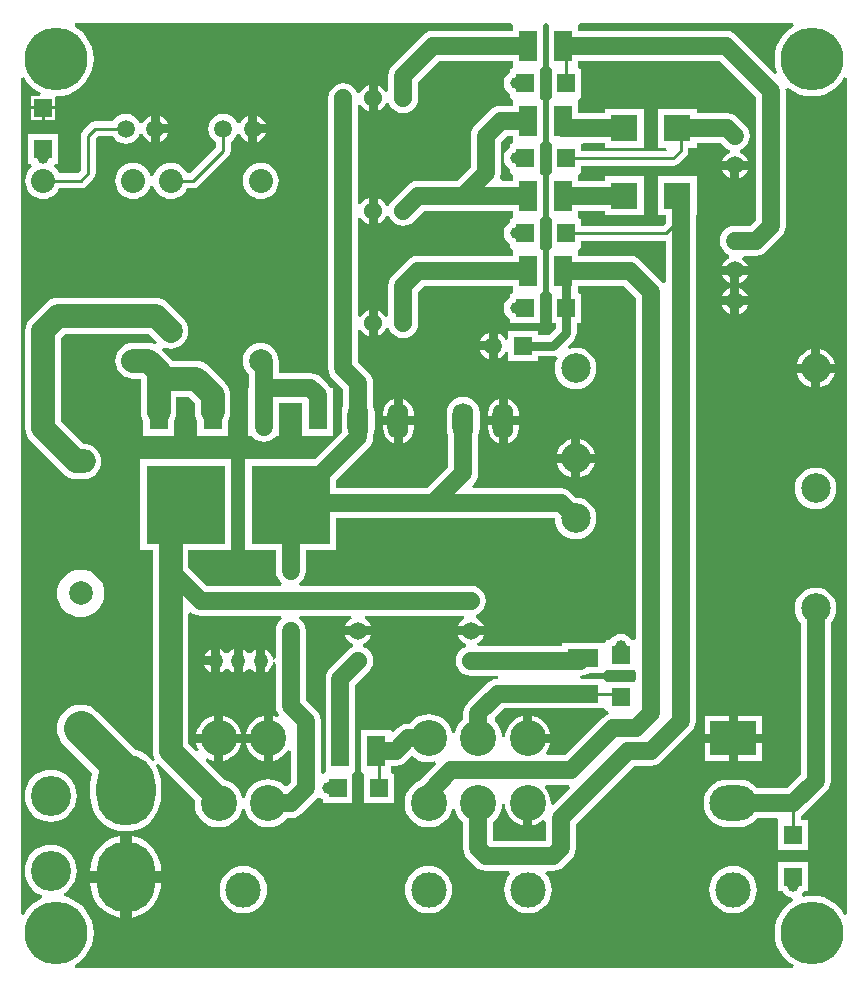
<source format=gtl>
G04 Layer_Physical_Order=1*
G04 Layer_Color=255*
%FSLAX25Y25*%
%MOIN*%
G70*
G01*
G75*
%ADD10R,0.05906X0.05906*%
%ADD11R,0.05906X0.05906*%
%ADD12R,0.09055X0.09055*%
%ADD13R,0.06299X0.11811*%
%ADD14R,0.26378X0.26378*%
%ADD15R,0.05906X0.10236*%
%ADD16R,0.10236X0.05906*%
%ADD17C,0.05906*%
%ADD18C,0.07874*%
%ADD19C,0.00984*%
%ADD20C,0.01969*%
%ADD21C,0.11811*%
%ADD22C,0.02953*%
%ADD23C,0.11811*%
%ADD24O,0.15748X0.11811*%
%ADD25R,0.15748X0.11811*%
%ADD26C,0.05906*%
%ADD27C,0.12000*%
%ADD28O,0.19685X0.23622*%
%ADD29C,0.13386*%
%ADD30O,0.07000X0.12000*%
%ADD31O,0.09843X0.07874*%
%ADD32C,0.07874*%
%ADD33C,0.08000*%
%ADD34C,0.06000*%
%ADD35C,0.09843*%
%ADD36C,0.20945*%
%ADD37C,0.05000*%
%ADD38C,0.03937*%
G36*
X257637Y313976D02*
X256444Y313246D01*
X254955Y311974D01*
X253683Y310485D01*
X252660Y308815D01*
X251911Y307006D01*
X251454Y305102D01*
X251300Y303150D01*
X251454Y301197D01*
X251911Y299293D01*
X252118Y298794D01*
X251283Y298236D01*
X238510Y311010D01*
X237482Y311799D01*
X236285Y312295D01*
X235000Y312464D01*
X185827D01*
X185827Y314587D01*
X186656Y314961D01*
X257359D01*
X257637Y313976D01*
D02*
G37*
G36*
X164173Y275413D02*
X163393Y274921D01*
X163189D01*
Y273511D01*
X163014Y273439D01*
X162192Y272808D01*
X161561Y271986D01*
X161164Y271028D01*
X161029Y270000D01*
X161164Y268972D01*
X161561Y268015D01*
X162192Y267192D01*
X163014Y266561D01*
X163189Y266489D01*
Y265079D01*
X163393D01*
X164173Y264587D01*
X164173Y264094D01*
Y262464D01*
X160342D01*
X159684Y263448D01*
X159795Y263715D01*
X159964Y265000D01*
Y275444D01*
X162056Y277536D01*
X164173D01*
X164173Y275413D01*
D02*
G37*
G36*
X175984Y314587D02*
X175984Y313976D01*
Y307822D01*
X175942Y307500D01*
X175984Y307177D01*
Y300413D01*
X176188D01*
X176969Y299921D01*
Y290571D01*
X176969Y290079D01*
X176188Y289587D01*
X175984D01*
Y280323D01*
X175942Y280000D01*
X175984Y279677D01*
Y275413D01*
X176188D01*
X176969Y274921D01*
X176969Y274429D01*
Y265571D01*
X176969Y265079D01*
X176188Y264587D01*
X175984D01*
Y257823D01*
X175942Y257500D01*
X175984Y257177D01*
Y250413D01*
X176188D01*
X176969Y249921D01*
X176969Y249429D01*
Y240079D01*
X176188Y239587D01*
X175984D01*
Y225413D01*
X176188D01*
X176969Y224921D01*
Y215079D01*
X178415D01*
Y213329D01*
X176061Y210975D01*
X172421D01*
Y212421D01*
X162579D01*
Y209642D01*
X161594Y209446D01*
X161455Y209783D01*
X160729Y210729D01*
X159783Y211455D01*
X158976Y211789D01*
Y207500D01*
Y203211D01*
X159783Y203545D01*
X160729Y204271D01*
X161455Y205217D01*
X161594Y205554D01*
X162579Y205358D01*
Y202579D01*
X172421D01*
Y204025D01*
X177500D01*
X178278Y204128D01*
X178595Y203851D01*
X178957Y203309D01*
X178604Y202649D01*
X178210Y201351D01*
X178077Y200000D01*
X178210Y198649D01*
X178604Y197351D01*
X179244Y196154D01*
X180105Y195105D01*
X181154Y194244D01*
X182351Y193604D01*
X183649Y193210D01*
X185000Y193077D01*
X186351Y193210D01*
X187649Y193604D01*
X188846Y194244D01*
X189895Y195105D01*
X190756Y196154D01*
X191396Y197351D01*
X191790Y198649D01*
X191923Y200000D01*
X191790Y201351D01*
X191396Y202649D01*
X190756Y203846D01*
X189895Y204895D01*
X188846Y205756D01*
X187649Y206396D01*
X186351Y206790D01*
X185000Y206923D01*
X183649Y206790D01*
X182855Y206549D01*
X182333Y207419D01*
X184347Y209433D01*
X184899Y210152D01*
X185246Y210991D01*
X185364Y211890D01*
Y215079D01*
X186811D01*
Y224921D01*
X186607D01*
X185827Y225413D01*
Y227536D01*
X200944D01*
X205036Y223444D01*
Y110248D01*
X204921Y109311D01*
X203511Y109311D01*
X203439Y109485D01*
X202808Y110308D01*
X201986Y110939D01*
X201028Y111336D01*
X200000Y111471D01*
X198972Y111336D01*
X198014Y110939D01*
X197192Y110308D01*
X196561Y109485D01*
X196489Y109311D01*
X195079D01*
Y109107D01*
X194587Y108327D01*
X194095Y108327D01*
X187823D01*
X187500Y108369D01*
X187177Y108327D01*
X180413D01*
Y107464D01*
X152368D01*
X152172Y108448D01*
X152307Y108504D01*
X153263Y109237D01*
X153996Y110193D01*
X154340Y111024D01*
X150000D01*
X145660D01*
X146004Y110193D01*
X146737Y109237D01*
X147693Y108504D01*
X148316Y108246D01*
Y107180D01*
X147494Y106840D01*
X146456Y106044D01*
X145660Y105006D01*
X145159Y103797D01*
X144989Y102500D01*
X145159Y101203D01*
X145660Y99994D01*
X146456Y98956D01*
X147494Y98160D01*
X148703Y97659D01*
X150000Y97489D01*
X150362Y97536D01*
X159080D01*
X159095Y96558D01*
X157810Y96389D01*
X156613Y95893D01*
X155585Y95104D01*
X148990Y88510D01*
X148201Y87482D01*
X147705Y86285D01*
X147536Y85000D01*
Y82888D01*
X146838Y82315D01*
X145842Y81102D01*
X145102Y79718D01*
X144747Y78544D01*
X143718D01*
X143362Y79718D01*
X142622Y81102D01*
X141626Y82315D01*
X140413Y83311D01*
X139029Y84051D01*
X137527Y84507D01*
X135965Y84661D01*
X134403Y84507D01*
X132900Y84051D01*
X131516Y83311D01*
X130303Y82315D01*
X129730Y81617D01*
X129154D01*
X127869Y81448D01*
X126672Y80952D01*
X125644Y80163D01*
X124236Y78756D01*
X123327Y79132D01*
Y79587D01*
X113484D01*
Y72823D01*
X113442Y72500D01*
X113484Y72177D01*
Y65413D01*
X113688D01*
X114469Y64921D01*
Y55079D01*
X124311D01*
Y64921D01*
X124107D01*
X123327Y65413D01*
Y67536D01*
X125000D01*
X126285Y67705D01*
X127482Y68201D01*
X128510Y68990D01*
X130417Y70898D01*
X131516Y69996D01*
X132900Y69256D01*
X134403Y68800D01*
X135965Y68647D01*
X137527Y68800D01*
X138046Y68958D01*
X138568Y68088D01*
X132852Y62372D01*
X131516Y61658D01*
X130303Y60662D01*
X129307Y59448D01*
X128567Y58064D01*
X128111Y56562D01*
X127957Y55000D01*
X128111Y53438D01*
X128567Y51936D01*
X129307Y50551D01*
X130303Y49338D01*
X131516Y48342D01*
X132900Y47602D01*
X134403Y47147D01*
X135965Y46993D01*
X137527Y47147D01*
X139029Y47602D01*
X140413Y48342D01*
X141626Y49338D01*
X142622Y50551D01*
X143362Y51936D01*
X143718Y53109D01*
X144747D01*
X145102Y51936D01*
X145842Y50551D01*
X146838Y49338D01*
X147536Y48765D01*
Y40000D01*
X147705Y38715D01*
X148201Y37518D01*
X148990Y36490D01*
X151490Y33990D01*
X152518Y33201D01*
X153715Y32705D01*
X155000Y32536D01*
X162787D01*
X163192Y31552D01*
X162457Y30656D01*
X161726Y29288D01*
X161275Y27803D01*
X161123Y26260D01*
X161275Y24716D01*
X161726Y23232D01*
X162457Y21864D01*
X163441Y20665D01*
X164640Y19681D01*
X166008Y18950D01*
X167492Y18500D01*
X169035Y18348D01*
X170579Y18500D01*
X172063Y18950D01*
X173431Y19681D01*
X174630Y20665D01*
X175614Y21864D01*
X176345Y23232D01*
X176795Y24716D01*
X176948Y26260D01*
X176795Y27803D01*
X176345Y29288D01*
X175614Y30656D01*
X174878Y31552D01*
X175284Y32536D01*
X177500D01*
X178785Y32705D01*
X179982Y33201D01*
X181010Y33990D01*
X183510Y36490D01*
X184299Y37518D01*
X184795Y38715D01*
X184964Y40000D01*
Y47944D01*
X204556Y67536D01*
X210000D01*
X211285Y67705D01*
X212482Y68201D01*
X213510Y68990D01*
X223510Y78990D01*
X224299Y80018D01*
X224795Y81215D01*
X224964Y82500D01*
Y251004D01*
X225354D01*
Y263996D01*
X212362D01*
Y251004D01*
X215036D01*
Y248584D01*
X213961Y247509D01*
X186811D01*
Y249921D01*
X186607D01*
X185827Y250413D01*
X185827Y250905D01*
Y252536D01*
X194646D01*
Y251004D01*
X207638D01*
Y263996D01*
X194646D01*
Y262464D01*
X185827D01*
X185827Y264587D01*
X186607Y265079D01*
X186811D01*
Y267491D01*
X217500D01*
X218460Y267682D01*
X219274Y268226D01*
X221774Y270726D01*
X222318Y271540D01*
X222509Y272500D01*
Y273504D01*
X225354D01*
Y275036D01*
X233515D01*
X234561Y273990D01*
X235589Y273201D01*
X236320Y272898D01*
Y271833D01*
X235788Y271612D01*
X234842Y270887D01*
X234116Y269941D01*
X233782Y269134D01*
X238071D01*
X242360D01*
X242026Y269941D01*
X241300Y270887D01*
X240354Y271612D01*
X239821Y271833D01*
Y272898D01*
X240553Y273201D01*
X241581Y273990D01*
X242370Y275018D01*
X242865Y276215D01*
X243035Y277500D01*
X242865Y278785D01*
X242370Y279982D01*
X241581Y281010D01*
X239081Y283510D01*
X238053Y284299D01*
X236856Y284795D01*
X235571Y284964D01*
X225354D01*
Y286496D01*
X212362D01*
Y273504D01*
X214998D01*
X215524Y272520D01*
X215517Y272509D01*
X186811D01*
X186811Y274921D01*
X187748Y275036D01*
X194646D01*
Y273504D01*
X207638D01*
Y286496D01*
X194646D01*
Y284964D01*
X185827D01*
Y289094D01*
X185827Y289587D01*
X186607Y290079D01*
X186811D01*
Y299921D01*
X186607D01*
X185827Y300413D01*
Y302536D01*
X232944D01*
X245036Y290444D01*
Y249556D01*
X242944Y247464D01*
X238000D01*
X236715Y247295D01*
X235518Y246799D01*
X234490Y246010D01*
X233701Y244982D01*
X233205Y243785D01*
X233036Y242500D01*
X233205Y241215D01*
X233701Y240018D01*
X234490Y238990D01*
X235518Y238201D01*
X236249Y237898D01*
Y236833D01*
X235717Y236612D01*
X234771Y235887D01*
X234045Y234941D01*
X233711Y234134D01*
X238000D01*
X242289D01*
X241955Y234941D01*
X241229Y235887D01*
X240362Y236552D01*
X240360Y236662D01*
X241005Y237536D01*
X245000D01*
X246285Y237705D01*
X247482Y238201D01*
X248510Y238990D01*
X253510Y243990D01*
X254299Y245018D01*
X254795Y246215D01*
X254964Y247500D01*
Y292500D01*
X254886Y293090D01*
X255813Y293593D01*
X256444Y293054D01*
X258114Y292030D01*
X259923Y291281D01*
X261827Y290824D01*
X263779Y290670D01*
X265732Y290824D01*
X267636Y291281D01*
X269445Y292030D01*
X271115Y293054D01*
X272604Y294325D01*
X273876Y295814D01*
X274606Y297007D01*
X275590Y296729D01*
Y114173D01*
Y18231D01*
X274606Y17954D01*
X273876Y19146D01*
X272604Y20635D01*
X271115Y21907D01*
X269445Y22930D01*
X267636Y23680D01*
X265732Y24137D01*
X263779Y24290D01*
X261827Y24137D01*
X260910Y23917D01*
X260515Y24425D01*
X260395Y24805D01*
X260939Y25515D01*
X261011Y25689D01*
X262421D01*
Y35531D01*
X252579D01*
Y25689D01*
X253989D01*
X254061Y25515D01*
X254692Y24692D01*
X255515Y24061D01*
X256472Y23664D01*
X257259Y23561D01*
X257529Y22805D01*
X257538Y22577D01*
X256444Y21907D01*
X254955Y20635D01*
X253683Y19146D01*
X252660Y17477D01*
X251911Y15667D01*
X251454Y13763D01*
X251300Y11811D01*
X251454Y9859D01*
X251911Y7955D01*
X252660Y6146D01*
X253683Y4476D01*
X254955Y2987D01*
X256444Y1715D01*
X257637Y984D01*
X257359Y0D01*
X18231D01*
X17954Y984D01*
X19146Y1715D01*
X20635Y2987D01*
X21907Y4476D01*
X22930Y6146D01*
X23680Y7955D01*
X24137Y9859D01*
X24290Y11811D01*
X24137Y13763D01*
X23680Y15667D01*
X22930Y17477D01*
X21907Y19146D01*
X20635Y20635D01*
X19146Y21907D01*
X17477Y22930D01*
X15667Y23680D01*
X14489Y23963D01*
X14355Y25007D01*
X14835Y25264D01*
X16154Y26346D01*
X17236Y27665D01*
X18041Y29169D01*
X18536Y30802D01*
X18703Y32500D01*
X18536Y34198D01*
X18041Y35831D01*
X17236Y37335D01*
X16154Y38654D01*
X14835Y39737D01*
X13331Y40541D01*
X11698Y41036D01*
X10000Y41203D01*
X8302Y41036D01*
X6669Y40541D01*
X5165Y39737D01*
X3846Y38654D01*
X2763Y37335D01*
X1959Y35831D01*
X1464Y34198D01*
X1297Y32500D01*
X1464Y30802D01*
X1959Y29169D01*
X2763Y27665D01*
X3846Y26346D01*
X5165Y25264D01*
X6669Y24459D01*
X7013Y24355D01*
X7064Y23311D01*
X6146Y22930D01*
X4476Y21907D01*
X2987Y20635D01*
X1715Y19146D01*
X984Y17954D01*
X0Y18231D01*
Y188976D01*
Y296729D01*
X984Y297007D01*
X1715Y295814D01*
X2987Y294325D01*
X4476Y293054D01*
X6146Y292030D01*
X6637Y291827D01*
X6441Y290843D01*
X3547D01*
Y287390D01*
X7500D01*
X11453D01*
Y290339D01*
X11811Y290670D01*
X13763Y290824D01*
X15667Y291281D01*
X17477Y292030D01*
X19146Y293054D01*
X20635Y294325D01*
X21907Y295814D01*
X22930Y297484D01*
X23680Y299293D01*
X24137Y301197D01*
X24290Y303150D01*
X24137Y305102D01*
X23680Y307006D01*
X22930Y308815D01*
X21907Y310485D01*
X20635Y311974D01*
X19146Y313246D01*
X17954Y313976D01*
X18231Y314961D01*
X163344D01*
X164173Y314587D01*
X164173Y313976D01*
Y312464D01*
X137500D01*
X136215Y312295D01*
X135018Y311799D01*
X133990Y311010D01*
X123990Y301010D01*
X123201Y299982D01*
X122705Y298785D01*
X122536Y297500D01*
Y292368D01*
X121552Y292172D01*
X121496Y292307D01*
X120763Y293263D01*
X119807Y293996D01*
X118976Y294340D01*
Y290000D01*
Y285660D01*
X119807Y286004D01*
X120763Y286737D01*
X121496Y287693D01*
X121754Y288316D01*
X122820D01*
X123160Y287494D01*
X123956Y286456D01*
X124994Y285660D01*
X126203Y285159D01*
X127500Y284989D01*
X128797Y285159D01*
X130006Y285660D01*
X131044Y286456D01*
X131840Y287494D01*
X132341Y288703D01*
X132511Y290000D01*
X132464Y290362D01*
Y295444D01*
X139556Y302536D01*
X164173D01*
X164173Y300413D01*
X163393Y299921D01*
X163189D01*
Y298511D01*
X163014Y298439D01*
X162192Y297808D01*
X161561Y296986D01*
X161164Y296028D01*
X161029Y295000D01*
X161164Y293972D01*
X161561Y293015D01*
X162192Y292192D01*
X163014Y291561D01*
X163189Y291489D01*
Y290079D01*
X163393D01*
X164173Y289587D01*
X164173Y289094D01*
Y287464D01*
X160000D01*
X158715Y287295D01*
X157518Y286799D01*
X156490Y286010D01*
X151490Y281010D01*
X150701Y279982D01*
X150205Y278785D01*
X150036Y277500D01*
Y267056D01*
X145444Y262464D01*
X132500D01*
X131215Y262295D01*
X130018Y261799D01*
X128990Y261010D01*
X124246Y256266D01*
X123956Y256044D01*
X123160Y255006D01*
X122820Y254184D01*
X121754D01*
X121496Y254807D01*
X120763Y255763D01*
X119807Y256496D01*
X118976Y256840D01*
Y252500D01*
Y248160D01*
X119807Y248504D01*
X120763Y249237D01*
X121496Y250193D01*
X121754Y250816D01*
X122820D01*
X123160Y249994D01*
X123956Y248956D01*
X124994Y248160D01*
X126203Y247659D01*
X127500Y247489D01*
X128797Y247659D01*
X130006Y248160D01*
X131044Y248956D01*
X131266Y249246D01*
X134556Y252536D01*
X164173D01*
X164173Y250413D01*
X163393Y249921D01*
X163189D01*
Y248511D01*
X163014Y248439D01*
X162192Y247808D01*
X161561Y246986D01*
X161164Y246028D01*
X161029Y245000D01*
X161164Y243972D01*
X161561Y243015D01*
X162192Y242192D01*
X163014Y241561D01*
X163189Y241489D01*
Y240079D01*
X163393D01*
X164173Y239587D01*
X164173Y239094D01*
Y237464D01*
X132500D01*
X131215Y237295D01*
X130018Y236799D01*
X128990Y236010D01*
X123990Y231010D01*
X123201Y229982D01*
X122705Y228785D01*
X122536Y227500D01*
Y217368D01*
X121552Y217172D01*
X121496Y217307D01*
X120763Y218263D01*
X119807Y218996D01*
X118976Y219340D01*
Y215000D01*
Y210660D01*
X119807Y211004D01*
X120763Y211737D01*
X121496Y212693D01*
X121754Y213316D01*
X122820D01*
X123160Y212494D01*
X123956Y211456D01*
X124994Y210660D01*
X126203Y210159D01*
X127500Y209989D01*
X128797Y210159D01*
X130006Y210660D01*
X131044Y211456D01*
X131840Y212494D01*
X132341Y213703D01*
X132511Y215000D01*
X132464Y215362D01*
Y225444D01*
X134556Y227536D01*
X164173D01*
X164173Y225413D01*
X163393Y224921D01*
X163189D01*
Y223511D01*
X163014Y223439D01*
X162192Y222808D01*
X161561Y221986D01*
X161164Y221028D01*
X161029Y220000D01*
X161164Y218972D01*
X161561Y218015D01*
X162192Y217192D01*
X163014Y216561D01*
X163189Y216489D01*
Y215079D01*
X173031D01*
Y224429D01*
X173031Y224921D01*
X173812Y225413D01*
X174016D01*
Y232177D01*
X174058Y232500D01*
X174016Y232823D01*
Y239587D01*
X173812D01*
X173031Y240079D01*
X173031Y240571D01*
Y249429D01*
X173031Y249921D01*
X173812Y250413D01*
X174016D01*
Y257177D01*
X174058Y257500D01*
X174016Y257823D01*
Y264587D01*
X173812D01*
X173031Y265079D01*
X173031Y265571D01*
Y274429D01*
X173031Y274921D01*
X173812Y275413D01*
X174016D01*
Y282177D01*
X174058Y282500D01*
X174016Y282823D01*
Y289587D01*
X173812D01*
X173031Y290079D01*
X173031Y290571D01*
Y299429D01*
X173031Y299921D01*
X173812Y300413D01*
X174016D01*
Y307177D01*
X174058Y307500D01*
X174016Y307823D01*
Y313976D01*
X174016Y314587D01*
X174845Y314961D01*
X175155D01*
X175984Y314587D01*
D02*
G37*
G36*
X215036Y242461D02*
Y228637D01*
X214052Y228303D01*
X213510Y229010D01*
X206510Y236010D01*
X205482Y236799D01*
X204285Y237295D01*
X203000Y237464D01*
X185827D01*
Y239587D01*
X186607Y240079D01*
X186811D01*
Y242491D01*
X215000D01*
X215036Y242461D01*
D02*
G37*
G36*
X204052Y99468D02*
X204921Y99468D01*
X205036Y98532D01*
Y96468D01*
X204921Y95531D01*
X195079D01*
X194587Y96312D01*
Y96516D01*
X187823D01*
X187500Y96558D01*
X186609D01*
X186594Y97536D01*
X187879Y97705D01*
X189076Y98201D01*
X189445Y98484D01*
X194587D01*
Y98688D01*
X195079Y99468D01*
X195571Y99468D01*
X204052D01*
D02*
G37*
G36*
X194587Y86673D02*
X195079Y85893D01*
Y85689D01*
X195803D01*
X195998Y84705D01*
X195018Y84299D01*
X193990Y83510D01*
X181444Y70964D01*
X175438D01*
X174973Y71948D01*
X175364Y72425D01*
X176067Y73741D01*
X176501Y75169D01*
X176502Y75177D01*
X169035D01*
Y76653D01*
X167559D01*
Y84120D01*
X167551Y84119D01*
X166123Y83686D01*
X164807Y82982D01*
X163653Y82036D01*
X162707Y80882D01*
X162003Y79566D01*
X161570Y78139D01*
X161460Y77020D01*
X160471D01*
X160353Y78216D01*
X159898Y79718D01*
X159158Y81102D01*
X158162Y82315D01*
X158133Y83613D01*
X161151Y86631D01*
X187500D01*
X187823Y86673D01*
X194587D01*
D02*
G37*
G36*
X183032Y60052D02*
X177534Y54554D01*
X176907Y54851D01*
X176642Y55053D01*
X176501Y56485D01*
X176067Y57913D01*
X175364Y59229D01*
X174688Y60052D01*
X175123Y61036D01*
X182625D01*
X183032Y60052D01*
D02*
G37*
G36*
X170512Y47534D02*
X170520Y47535D01*
X171948Y47968D01*
X173264Y48671D01*
X174052Y49318D01*
X175036Y48852D01*
Y42464D01*
X157464D01*
Y48765D01*
X158162Y49338D01*
X159158Y50551D01*
X159898Y51936D01*
X160353Y53438D01*
X160471Y54634D01*
X161460D01*
X161570Y53515D01*
X162003Y52087D01*
X162707Y50771D01*
X163653Y49618D01*
X164807Y48671D01*
X166123Y47968D01*
X167551Y47535D01*
X167559Y47534D01*
Y55000D01*
X170512D01*
Y47534D01*
D02*
G37*
%LPC*%
G36*
X107500Y295011D02*
X106203Y294841D01*
X104994Y294340D01*
X103956Y293544D01*
X103160Y292506D01*
X102659Y291297D01*
X102489Y290000D01*
X102536Y289638D01*
Y252862D01*
X102489Y252500D01*
X102536Y252138D01*
Y215362D01*
X102489Y215000D01*
X102536Y214638D01*
Y200000D01*
X102705Y198715D01*
X103201Y197518D01*
X103990Y196490D01*
X107536Y192944D01*
Y187306D01*
X107172Y186428D01*
X106984Y185000D01*
Y180000D01*
X107153Y178720D01*
X98138Y169705D01*
X74843D01*
Y139390D01*
X85036D01*
Y132500D01*
X85205Y131215D01*
X85701Y130018D01*
X86490Y128990D01*
X87197Y128448D01*
X86862Y127464D01*
X62056D01*
X55934Y133586D01*
Y139390D01*
X70157D01*
Y169705D01*
X39843D01*
Y139390D01*
X44066D01*
Y132500D01*
Y72500D01*
X44180Y71342D01*
X44518Y70229D01*
X44852Y69604D01*
X44034Y69046D01*
X43378Y69814D01*
X41964Y71022D01*
X40379Y71993D01*
X38661Y72705D01*
X38429Y72760D01*
X25595Y85595D01*
X24396Y86579D01*
X23028Y87310D01*
X21544Y87760D01*
X20000Y87912D01*
X18456Y87760D01*
X16972Y87310D01*
X15604Y86579D01*
X14405Y85595D01*
X13421Y84396D01*
X12690Y83028D01*
X12240Y81544D01*
X12088Y80000D01*
X12240Y78456D01*
X12690Y76972D01*
X13421Y75604D01*
X14405Y74405D01*
X23729Y65082D01*
X23298Y63290D01*
X23153Y61437D01*
Y57500D01*
X23298Y55647D01*
X23732Y53839D01*
X24444Y52121D01*
X25415Y50536D01*
X26623Y49123D01*
X28036Y47915D01*
X29621Y46944D01*
X31339Y46232D01*
X33147Y45798D01*
X35000Y45652D01*
X36853Y45798D01*
X38661Y46232D01*
X40379Y46944D01*
X41964Y47915D01*
X43378Y49123D01*
X44585Y50536D01*
X45556Y52121D01*
X46268Y53839D01*
X46702Y55647D01*
X46848Y57500D01*
Y61437D01*
X46702Y63290D01*
X46268Y65098D01*
X45556Y66816D01*
X44979Y67758D01*
X45783Y68330D01*
X45804Y68304D01*
X58061Y56047D01*
X57958Y55000D01*
X58111Y53438D01*
X58567Y51936D01*
X59307Y50551D01*
X60303Y49338D01*
X61516Y48342D01*
X62900Y47602D01*
X64403Y47147D01*
X65965Y46993D01*
X67527Y47147D01*
X69029Y47602D01*
X70413Y48342D01*
X71626Y49338D01*
X72622Y50551D01*
X73362Y51936D01*
X73718Y53109D01*
X74747D01*
X75102Y51936D01*
X75842Y50551D01*
X76838Y49338D01*
X78052Y48342D01*
X79436Y47602D01*
X80938Y47147D01*
X82500Y46993D01*
X84062Y47147D01*
X85564Y47602D01*
X86949Y48342D01*
X88162Y49338D01*
X88735Y50036D01*
X90000D01*
X91285Y50205D01*
X92482Y50701D01*
X93510Y51490D01*
X98510Y56490D01*
X98750Y56803D01*
X99692Y57192D01*
X100514Y56561D01*
X100689Y56489D01*
Y55079D01*
X110531D01*
Y64429D01*
X110531Y64921D01*
X111312Y65413D01*
X111516D01*
Y72177D01*
X111558Y72500D01*
Y94538D01*
X115754Y98734D01*
X116044Y98956D01*
X116840Y99994D01*
X117341Y101203D01*
X117511Y102500D01*
X117341Y103797D01*
X116840Y105006D01*
X116044Y106044D01*
X115006Y106840D01*
X114184Y107180D01*
Y108246D01*
X114807Y108504D01*
X115763Y109237D01*
X116496Y110193D01*
X116840Y111024D01*
X112500D01*
X108160D01*
X108504Y110193D01*
X109237Y109237D01*
X110193Y108504D01*
X110816Y108246D01*
Y107180D01*
X109994Y106840D01*
X108956Y106044D01*
X108734Y105754D01*
X103085Y100104D01*
X102296Y99076D01*
X101800Y97879D01*
X101631Y96595D01*
Y72500D01*
X101673Y72177D01*
Y65905D01*
X101673Y65413D01*
X100893Y64921D01*
X100689D01*
X99964Y65547D01*
Y82500D01*
X99795Y83785D01*
X99299Y84982D01*
X98510Y86010D01*
X94964Y89556D01*
Y112500D01*
X94795Y113785D01*
X94299Y114982D01*
X93510Y116010D01*
X92803Y116552D01*
X93138Y117536D01*
X110132D01*
X110328Y116552D01*
X110193Y116496D01*
X109237Y115763D01*
X108504Y114807D01*
X108160Y113976D01*
X112500D01*
X116840D01*
X116496Y114807D01*
X115763Y115763D01*
X114807Y116496D01*
X114672Y116552D01*
X114868Y117536D01*
X147632D01*
X147828Y116552D01*
X147693Y116496D01*
X146737Y115763D01*
X146004Y114807D01*
X145660Y113976D01*
X150000D01*
X154340D01*
X153996Y114807D01*
X153263Y115763D01*
X152307Y116496D01*
X151684Y116754D01*
Y117820D01*
X152506Y118160D01*
X153544Y118956D01*
X154340Y119994D01*
X154841Y121203D01*
X155011Y122500D01*
X154841Y123797D01*
X154340Y125006D01*
X153544Y126044D01*
X152506Y126840D01*
X151297Y127341D01*
X150000Y127511D01*
X149638Y127464D01*
X112862D01*
X112500Y127511D01*
X112138Y127464D01*
X93138D01*
X92803Y128448D01*
X93510Y128990D01*
X94299Y130018D01*
X94795Y131215D01*
X94964Y132500D01*
Y139390D01*
X105157D01*
Y150036D01*
X177944D01*
X178087Y149893D01*
X178210Y148649D01*
X178604Y147351D01*
X179244Y146154D01*
X180105Y145105D01*
X181154Y144244D01*
X182351Y143604D01*
X183649Y143210D01*
X185000Y143077D01*
X186351Y143210D01*
X187649Y143604D01*
X188846Y144244D01*
X189895Y145105D01*
X190756Y146154D01*
X191396Y147351D01*
X191790Y148649D01*
X191923Y150000D01*
X191790Y151351D01*
X191396Y152649D01*
X190756Y153846D01*
X189895Y154895D01*
X188846Y155756D01*
X187649Y156396D01*
X186351Y156790D01*
X185107Y156913D01*
X183510Y158510D01*
X182482Y159299D01*
X181285Y159795D01*
X180000Y159964D01*
X150769D01*
X150393Y160873D01*
X151010Y161490D01*
X151799Y162518D01*
X152295Y163715D01*
X152464Y165000D01*
Y177694D01*
X152828Y178572D01*
X153016Y180000D01*
Y185000D01*
X152828Y186428D01*
X152277Y187758D01*
X151400Y188900D01*
X150258Y189777D01*
X148928Y190328D01*
X147500Y190516D01*
X146072Y190328D01*
X144742Y189777D01*
X143600Y188900D01*
X142723Y187758D01*
X142172Y186428D01*
X141984Y185000D01*
Y180000D01*
X142172Y178572D01*
X142536Y177694D01*
Y167056D01*
X135444Y159964D01*
X105157D01*
Y162685D01*
X116010Y173537D01*
X116799Y174565D01*
X117295Y175762D01*
X117464Y177047D01*
Y177694D01*
X117828Y178572D01*
X118016Y180000D01*
Y185000D01*
X117828Y186428D01*
X117464Y187306D01*
Y195000D01*
X117295Y196285D01*
X116799Y197482D01*
X116010Y198510D01*
X112464Y202056D01*
Y212632D01*
X113448Y212828D01*
X113504Y212693D01*
X114237Y211737D01*
X115193Y211004D01*
X116024Y210660D01*
Y215000D01*
Y219340D01*
X115193Y218996D01*
X114237Y218263D01*
X113504Y217307D01*
X113448Y217172D01*
X112464Y217368D01*
Y250132D01*
X113448Y250328D01*
X113504Y250193D01*
X114237Y249237D01*
X115193Y248504D01*
X116024Y248160D01*
Y252500D01*
Y256840D01*
X115193Y256496D01*
X114237Y255763D01*
X113504Y254807D01*
X113448Y254672D01*
X112464Y254868D01*
Y287632D01*
X113448Y287828D01*
X113504Y287693D01*
X114237Y286737D01*
X115193Y286004D01*
X116024Y285660D01*
Y290000D01*
Y294340D01*
X115193Y293996D01*
X114237Y293263D01*
X113504Y292307D01*
X113246Y291684D01*
X112180D01*
X111840Y292506D01*
X111044Y293544D01*
X110006Y294340D01*
X108797Y294841D01*
X107500Y295011D01*
D02*
G37*
G36*
X11453Y286390D02*
X8000D01*
Y282937D01*
X11453D01*
Y286390D01*
D02*
G37*
G36*
X7000D02*
X3547D01*
Y282937D01*
X7000D01*
Y286390D01*
D02*
G37*
G36*
X78819Y284189D02*
Y281376D01*
X81632D01*
X81297Y282183D01*
X80572Y283129D01*
X79626Y283855D01*
X78819Y284189D01*
D02*
G37*
G36*
X46319D02*
Y281376D01*
X49132D01*
X48797Y282183D01*
X48072Y283129D01*
X47126Y283855D01*
X46319Y284189D01*
D02*
G37*
G36*
X81632Y278424D02*
X78819D01*
Y275611D01*
X79626Y275945D01*
X80572Y276671D01*
X81297Y277617D01*
X81632Y278424D01*
D02*
G37*
G36*
X67500Y284864D02*
X66215Y284695D01*
X65018Y284199D01*
X63990Y283410D01*
X63201Y282382D01*
X62705Y281185D01*
X62536Y279900D01*
X62705Y278615D01*
X63201Y277418D01*
X63990Y276390D01*
X64991Y275622D01*
Y273539D01*
X56461Y265009D01*
X55427D01*
X54987Y265832D01*
X54241Y266741D01*
X53332Y267487D01*
X52295Y268041D01*
X51170Y268382D01*
X50000Y268497D01*
X48830Y268382D01*
X47705Y268041D01*
X46668Y267487D01*
X45759Y266741D01*
X45013Y265832D01*
X44459Y264795D01*
X44264Y264153D01*
X43236D01*
X43041Y264795D01*
X42487Y265832D01*
X41741Y266741D01*
X40832Y267487D01*
X39795Y268041D01*
X38670Y268382D01*
X37500Y268497D01*
X36330Y268382D01*
X35205Y268041D01*
X34168Y267487D01*
X33259Y266741D01*
X32513Y265832D01*
X31959Y264795D01*
X31618Y263670D01*
X31503Y262500D01*
X31618Y261330D01*
X31959Y260205D01*
X32513Y259168D01*
X33259Y258259D01*
X34168Y257513D01*
X35205Y256959D01*
X36330Y256618D01*
X37500Y256503D01*
X38670Y256618D01*
X39795Y256959D01*
X40832Y257513D01*
X41741Y258259D01*
X42487Y259168D01*
X43041Y260205D01*
X43236Y260847D01*
X44264D01*
X44459Y260205D01*
X45013Y259168D01*
X45759Y258259D01*
X46668Y257513D01*
X47705Y256959D01*
X48830Y256618D01*
X50000Y256503D01*
X51170Y256618D01*
X52295Y256959D01*
X53332Y257513D01*
X54241Y258259D01*
X54987Y259168D01*
X55427Y259991D01*
X57500D01*
X58460Y260182D01*
X59274Y260726D01*
X69274Y270726D01*
X69818Y271540D01*
X70009Y272500D01*
Y275622D01*
X71010Y276390D01*
X71799Y277418D01*
X72102Y278150D01*
X73167D01*
X73388Y277617D01*
X74113Y276671D01*
X75059Y275945D01*
X75866Y275611D01*
Y279900D01*
Y284189D01*
X75059Y283855D01*
X74113Y283129D01*
X73388Y282183D01*
X73167Y281650D01*
X72102D01*
X71799Y282382D01*
X71010Y283410D01*
X69982Y284199D01*
X68785Y284695D01*
X67500Y284864D01*
D02*
G37*
G36*
X49132Y278424D02*
X46319D01*
Y275611D01*
X47126Y275945D01*
X48072Y276671D01*
X48797Y277617D01*
X49132Y278424D01*
D02*
G37*
G36*
X35000Y284864D02*
X33715Y284695D01*
X32518Y284199D01*
X31490Y283410D01*
X30722Y282409D01*
X24900D01*
X23940Y282218D01*
X23126Y281674D01*
X20726Y279274D01*
X20182Y278460D01*
X19991Y277500D01*
Y266039D01*
X18961Y265009D01*
X12927D01*
X12487Y265832D01*
X11741Y266741D01*
X11175Y267205D01*
X11528Y268189D01*
X12421D01*
Y278031D01*
X2579D01*
Y268189D01*
X3472D01*
X3824Y267205D01*
X3259Y266741D01*
X2513Y265832D01*
X1959Y264795D01*
X1618Y263670D01*
X1503Y262500D01*
X1618Y261330D01*
X1959Y260205D01*
X2513Y259168D01*
X3259Y258259D01*
X4168Y257513D01*
X5205Y256959D01*
X6330Y256618D01*
X7500Y256503D01*
X8670Y256618D01*
X9795Y256959D01*
X10832Y257513D01*
X11741Y258259D01*
X12487Y259168D01*
X12927Y259991D01*
X20000D01*
X20960Y260182D01*
X21774Y260726D01*
X24274Y263226D01*
X24818Y264040D01*
X25009Y265000D01*
Y276461D01*
X25939Y277391D01*
X30722D01*
X31490Y276390D01*
X32518Y275601D01*
X33715Y275105D01*
X35000Y274936D01*
X36285Y275105D01*
X37482Y275601D01*
X38510Y276390D01*
X39299Y277418D01*
X39602Y278150D01*
X40667D01*
X40888Y277617D01*
X41613Y276671D01*
X42559Y275945D01*
X43366Y275611D01*
Y279900D01*
Y284189D01*
X42559Y283855D01*
X41613Y283129D01*
X40888Y282183D01*
X40667Y281650D01*
X39602D01*
X39299Y282382D01*
X39132Y282598D01*
X39120Y282662D01*
X38576Y283476D01*
X37762Y284020D01*
X37699Y284033D01*
X37482Y284199D01*
X36285Y284695D01*
X35000Y284864D01*
D02*
G37*
G36*
X242360Y266181D02*
X239547D01*
Y263368D01*
X240354Y263703D01*
X241300Y264428D01*
X242026Y265374D01*
X242360Y266181D01*
D02*
G37*
G36*
X236595D02*
X233782D01*
X234116Y265374D01*
X234842Y264428D01*
X235788Y263703D01*
X236595Y263368D01*
Y266181D01*
D02*
G37*
G36*
X80000Y268497D02*
X78830Y268382D01*
X77705Y268041D01*
X76668Y267487D01*
X75759Y266741D01*
X75013Y265832D01*
X74459Y264795D01*
X74118Y263670D01*
X74003Y262500D01*
X74118Y261330D01*
X74459Y260205D01*
X75013Y259168D01*
X75759Y258259D01*
X76668Y257513D01*
X77705Y256959D01*
X78830Y256618D01*
X80000Y256503D01*
X81170Y256618D01*
X82295Y256959D01*
X83332Y257513D01*
X84241Y258259D01*
X84987Y259168D01*
X85541Y260205D01*
X85882Y261330D01*
X85997Y262500D01*
X85882Y263670D01*
X85541Y264795D01*
X84987Y265832D01*
X84241Y266741D01*
X83332Y267487D01*
X82295Y268041D01*
X81170Y268382D01*
X80000Y268497D01*
D02*
G37*
G36*
X242289Y231181D02*
X239476D01*
Y228368D01*
X240283Y228703D01*
X241229Y229428D01*
X241955Y230374D01*
X242289Y231181D01*
D02*
G37*
G36*
X236524D02*
X233711D01*
X234045Y230374D01*
X234771Y229428D01*
X235717Y228703D01*
X236524Y228368D01*
Y231181D01*
D02*
G37*
G36*
X239476Y226789D02*
Y223976D01*
X242289D01*
X241955Y224783D01*
X241229Y225729D01*
X240283Y226455D01*
X239476Y226789D01*
D02*
G37*
G36*
X236524Y226789D02*
X235717Y226455D01*
X234771Y225729D01*
X234045Y224783D01*
X233711Y223976D01*
X236524D01*
Y226789D01*
D02*
G37*
G36*
X242289Y221024D02*
X239476D01*
Y218211D01*
X240283Y218545D01*
X241229Y219271D01*
X241955Y220217D01*
X242289Y221024D01*
D02*
G37*
G36*
X236524D02*
X233711D01*
X234045Y220217D01*
X234771Y219271D01*
X235717Y218545D01*
X236524Y218211D01*
Y221024D01*
D02*
G37*
G36*
X156024Y211789D02*
X155217Y211455D01*
X154271Y210729D01*
X153545Y209783D01*
X153211Y208976D01*
X156024D01*
Y211789D01*
D02*
G37*
G36*
X45000Y223434D02*
X12500D01*
X11342Y223320D01*
X10229Y222982D01*
X9203Y222434D01*
X8304Y221696D01*
X3304Y216696D01*
X2566Y215797D01*
X2018Y214771D01*
X1680Y213658D01*
X1566Y212500D01*
Y180000D01*
X1680Y178842D01*
X2018Y177729D01*
X2566Y176703D01*
X3304Y175804D01*
X14328Y164780D01*
X15227Y164042D01*
X16253Y163494D01*
X17366Y163156D01*
X18524Y163042D01*
X20984D01*
X22142Y163156D01*
X23255Y163494D01*
X24281Y164042D01*
X25180Y164780D01*
X25918Y165680D01*
X26467Y166706D01*
X26804Y167819D01*
X26918Y168976D01*
X26804Y170134D01*
X26467Y171247D01*
X25918Y172273D01*
X25180Y173172D01*
X24281Y173910D01*
X23255Y174459D01*
X22142Y174796D01*
X20984Y174910D01*
X20982D01*
X13434Y182458D01*
Y210042D01*
X14958Y211566D01*
X42542D01*
X45284Y208824D01*
X44771Y207982D01*
X43658Y208320D01*
X42500Y208434D01*
X37500D01*
X36342Y208320D01*
X35229Y207982D01*
X34203Y207434D01*
X33304Y206696D01*
X32566Y205797D01*
X32018Y204771D01*
X31680Y203658D01*
X31566Y202500D01*
X31680Y201342D01*
X32018Y200229D01*
X32566Y199203D01*
X33304Y198304D01*
X34203Y197566D01*
X35229Y197018D01*
X36342Y196680D01*
X37500Y196566D01*
X40042D01*
X40066Y196542D01*
Y185453D01*
X40180Y184295D01*
X40518Y183182D01*
X40882Y182500D01*
Y177579D01*
X51118D01*
Y182500D01*
X51482Y183182D01*
X51820Y184295D01*
X51934Y185453D01*
Y190566D01*
X56042D01*
X58066Y188542D01*
Y185453D01*
X58180Y184295D01*
X58518Y183182D01*
X58882Y182500D01*
Y177579D01*
X69118D01*
Y182500D01*
X69482Y183182D01*
X69820Y184295D01*
X69934Y185453D01*
Y191000D01*
X69820Y192158D01*
X69482Y193271D01*
X68934Y194297D01*
X68196Y195196D01*
X68196Y195196D01*
X62696Y200696D01*
X61797Y201434D01*
X60771Y201982D01*
X59658Y202320D01*
X58500Y202434D01*
X50821D01*
X50196Y203196D01*
X47216Y206176D01*
X47729Y207018D01*
X48842Y206680D01*
X50000Y206566D01*
X51158Y206680D01*
X52271Y207018D01*
X53297Y207566D01*
X54196Y208304D01*
X54934Y209203D01*
X55482Y210229D01*
X55820Y211342D01*
X55934Y212500D01*
X55820Y213658D01*
X55482Y214771D01*
X54934Y215797D01*
X54196Y216696D01*
X49196Y221696D01*
X48297Y222434D01*
X47271Y222982D01*
X46158Y223320D01*
X45000Y223434D01*
D02*
G37*
G36*
X156024Y206024D02*
X153211D01*
X153545Y205217D01*
X154271Y204271D01*
X155217Y203545D01*
X156024Y203211D01*
Y206024D01*
D02*
G37*
G36*
X266476Y206341D02*
Y201476D01*
X271340D01*
X271031Y202498D01*
X270427Y203626D01*
X269616Y204616D01*
X268626Y205427D01*
X267498Y206031D01*
X266476Y206341D01*
D02*
G37*
G36*
X263524Y206341D02*
X262502Y206031D01*
X261373Y205427D01*
X260384Y204616D01*
X259573Y203626D01*
X258969Y202498D01*
X258660Y201476D01*
X263524D01*
Y206341D01*
D02*
G37*
G36*
X271340Y198524D02*
X266476D01*
Y193659D01*
X267498Y193969D01*
X268626Y194573D01*
X269616Y195384D01*
X270427Y196373D01*
X271031Y197502D01*
X271340Y198524D01*
D02*
G37*
G36*
X263524D02*
X258660D01*
X258969Y197502D01*
X259573Y196373D01*
X260384Y195384D01*
X261373Y194573D01*
X262502Y193969D01*
X263524Y193659D01*
Y198524D01*
D02*
G37*
G36*
X162362Y189881D02*
Y183976D01*
X166004D01*
Y185000D01*
X165830Y186325D01*
X165319Y187559D01*
X164505Y188619D01*
X163445Y189433D01*
X162362Y189881D01*
D02*
G37*
G36*
X159409D02*
X158326Y189433D01*
X157266Y188619D01*
X156453Y187559D01*
X155942Y186325D01*
X155767Y185000D01*
Y183976D01*
X159409D01*
Y189881D01*
D02*
G37*
G36*
X127362D02*
Y183976D01*
X131004D01*
Y185000D01*
X130830Y186325D01*
X130319Y187559D01*
X129505Y188619D01*
X128445Y189433D01*
X127362Y189881D01*
D02*
G37*
G36*
X124409D02*
X123327Y189433D01*
X122266Y188619D01*
X121453Y187559D01*
X120942Y186325D01*
X120767Y185000D01*
Y183976D01*
X124409D01*
Y189881D01*
D02*
G37*
G36*
X80000Y208434D02*
X78842Y208320D01*
X77729Y207982D01*
X76703Y207434D01*
X75804Y206696D01*
X75066Y205797D01*
X74518Y204771D01*
X74180Y203658D01*
X74066Y202500D01*
X74180Y201342D01*
X74518Y200229D01*
X75066Y199203D01*
X75804Y198304D01*
X76036Y198113D01*
Y193327D01*
X75882D01*
Y177579D01*
X77002D01*
X77490Y176943D01*
X78518Y176154D01*
X79715Y175658D01*
X81000Y175489D01*
X82285Y175658D01*
X83482Y176154D01*
X84510Y176943D01*
X84998Y177579D01*
X86118D01*
Y188513D01*
X93882D01*
Y177579D01*
X104118D01*
Y193327D01*
X103363D01*
X103299Y193482D01*
X102510Y194510D01*
X100033Y196986D01*
X99006Y197775D01*
X97808Y198271D01*
X96524Y198440D01*
X85964D01*
Y202500D01*
X85846Y203394D01*
X85820Y203658D01*
X85805Y203709D01*
X85795Y203785D01*
X85746Y203903D01*
X85482Y204771D01*
X84934Y205797D01*
X84196Y206696D01*
X83297Y207434D01*
X82271Y207982D01*
X81158Y208320D01*
X80000Y208434D01*
D02*
G37*
G36*
X166004Y181024D02*
X162362D01*
Y175119D01*
X163445Y175567D01*
X164505Y176381D01*
X165319Y177441D01*
X165830Y178675D01*
X166004Y180000D01*
Y181024D01*
D02*
G37*
G36*
X159409D02*
X155767D01*
Y180000D01*
X155942Y178675D01*
X156453Y177441D01*
X157266Y176381D01*
X158326Y175567D01*
X159409Y175119D01*
Y181024D01*
D02*
G37*
G36*
X131004D02*
X127362D01*
Y175119D01*
X128445Y175567D01*
X129505Y176381D01*
X130319Y177441D01*
X130830Y178675D01*
X131004Y180000D01*
Y181024D01*
D02*
G37*
G36*
X124409D02*
X120767D01*
Y180000D01*
X120942Y178675D01*
X121453Y177441D01*
X122266Y176381D01*
X123327Y175567D01*
X124409Y175119D01*
Y181024D01*
D02*
G37*
G36*
X186476Y176340D02*
Y171476D01*
X191340D01*
X191031Y172498D01*
X190427Y173626D01*
X189616Y174616D01*
X188627Y175427D01*
X187498Y176031D01*
X186476Y176340D01*
D02*
G37*
G36*
X183524Y176340D02*
X182502Y176031D01*
X181374Y175427D01*
X180384Y174616D01*
X179573Y173626D01*
X178969Y172498D01*
X178659Y171476D01*
X183524D01*
Y176340D01*
D02*
G37*
G36*
X191340Y168524D02*
X186476D01*
Y163660D01*
X187498Y163969D01*
X188627Y164573D01*
X189616Y165384D01*
X190427Y166374D01*
X191031Y167502D01*
X191340Y168524D01*
D02*
G37*
G36*
X183524D02*
X178659D01*
X178969Y167502D01*
X179573Y166374D01*
X180384Y165384D01*
X181374Y164573D01*
X182502Y163969D01*
X183524Y163660D01*
Y168524D01*
D02*
G37*
G36*
X265000Y166923D02*
X263649Y166790D01*
X262351Y166396D01*
X261154Y165756D01*
X260105Y164895D01*
X259244Y163846D01*
X258604Y162649D01*
X258210Y161351D01*
X258077Y160000D01*
X258210Y158649D01*
X258604Y157351D01*
X259244Y156154D01*
X260105Y155105D01*
X261154Y154244D01*
X262351Y153604D01*
X263649Y153210D01*
X265000Y153077D01*
X266351Y153210D01*
X267649Y153604D01*
X268846Y154244D01*
X269895Y155105D01*
X270756Y156154D01*
X271396Y157351D01*
X271790Y158649D01*
X271923Y160000D01*
X271790Y161351D01*
X271396Y162649D01*
X270756Y163846D01*
X269895Y164895D01*
X268846Y165756D01*
X267649Y166396D01*
X266351Y166790D01*
X265000Y166923D01*
D02*
G37*
G36*
X20000Y132912D02*
X18456Y132760D01*
X16972Y132310D01*
X15604Y131579D01*
X14405Y130595D01*
X13421Y129396D01*
X12690Y128028D01*
X12240Y126544D01*
X12088Y125000D01*
X12240Y123456D01*
X12690Y121972D01*
X13421Y120604D01*
X14405Y119405D01*
X15604Y118421D01*
X16972Y117690D01*
X18456Y117240D01*
X20000Y117088D01*
X21544Y117240D01*
X23028Y117690D01*
X24396Y118421D01*
X25595Y119405D01*
X26579Y120604D01*
X27310Y121972D01*
X27760Y123456D01*
X27912Y125000D01*
X27760Y126544D01*
X27310Y128028D01*
X26579Y129396D01*
X25595Y130595D01*
X24396Y131579D01*
X23028Y132310D01*
X21544Y132760D01*
X20000Y132912D01*
D02*
G37*
G36*
X246949Y84134D02*
X238976D01*
Y78130D01*
X246949D01*
Y84134D01*
D02*
G37*
G36*
X236024D02*
X228051D01*
Y78130D01*
X236024D01*
Y84134D01*
D02*
G37*
G36*
X246949Y75177D02*
X238976D01*
Y69173D01*
X246949D01*
Y75177D01*
D02*
G37*
G36*
X236024D02*
X228051D01*
Y69173D01*
X236024D01*
Y75177D01*
D02*
G37*
G36*
X265000Y126923D02*
X263649Y126790D01*
X262351Y126396D01*
X261154Y125756D01*
X260105Y124895D01*
X259244Y123846D01*
X258604Y122649D01*
X258210Y121351D01*
X258077Y120000D01*
X258210Y118649D01*
X258604Y117351D01*
X259244Y116154D01*
X260036Y115188D01*
Y64556D01*
X255444Y59964D01*
X245581D01*
X245063Y60595D01*
X243864Y61579D01*
X242496Y62310D01*
X241012Y62760D01*
X239469Y62912D01*
X235531D01*
X233988Y62760D01*
X232504Y62310D01*
X231136Y61579D01*
X229937Y60595D01*
X228953Y59396D01*
X228222Y58028D01*
X227771Y56544D01*
X227619Y55000D01*
X227771Y53456D01*
X228222Y51972D01*
X228953Y50604D01*
X229937Y49405D01*
X231136Y48421D01*
X232504Y47690D01*
X233988Y47240D01*
X235531Y47088D01*
X239469D01*
X241012Y47240D01*
X242496Y47690D01*
X243864Y48421D01*
X245063Y49405D01*
X245581Y50036D01*
X251954D01*
X252579Y49311D01*
Y39469D01*
X262421D01*
Y49311D01*
X260009D01*
Y50722D01*
X261010Y51490D01*
X268510Y58990D01*
X269299Y60018D01*
X269795Y61215D01*
X269964Y62500D01*
Y115188D01*
X270756Y116154D01*
X271396Y117351D01*
X271790Y118649D01*
X271923Y120000D01*
X271790Y121351D01*
X271396Y122649D01*
X270756Y123846D01*
X269895Y124895D01*
X268846Y125756D01*
X267649Y126396D01*
X266351Y126790D01*
X265000Y126923D01*
D02*
G37*
G36*
X10000Y66203D02*
X8302Y66036D01*
X6669Y65541D01*
X5165Y64736D01*
X3846Y63654D01*
X2763Y62335D01*
X1959Y60831D01*
X1464Y59198D01*
X1297Y57500D01*
X1464Y55802D01*
X1959Y54169D01*
X2763Y52665D01*
X3846Y51346D01*
X5165Y50264D01*
X6669Y49459D01*
X8302Y48964D01*
X10000Y48797D01*
X11698Y48964D01*
X13331Y49459D01*
X14835Y50264D01*
X16154Y51346D01*
X17236Y52665D01*
X18041Y54169D01*
X18536Y55802D01*
X18703Y57500D01*
X18536Y59198D01*
X18041Y60831D01*
X17236Y62335D01*
X16154Y63654D01*
X14835Y64736D01*
X13331Y65541D01*
X11698Y66036D01*
X10000Y66203D01*
D02*
G37*
G36*
X36968Y44174D02*
Y32500D01*
X46848D01*
Y32500D01*
X46702Y34353D01*
X46268Y36161D01*
X45556Y37879D01*
X44585Y39464D01*
X43378Y40878D01*
X41964Y42085D01*
X40379Y43056D01*
X38661Y43768D01*
X36968Y44174D01*
D02*
G37*
G36*
X33031Y44174D02*
X31339Y43768D01*
X29621Y43056D01*
X28036Y42085D01*
X26623Y40878D01*
X25415Y39464D01*
X24444Y37879D01*
X23732Y36161D01*
X23298Y34353D01*
X23153Y32500D01*
Y32500D01*
X33031D01*
Y44174D01*
D02*
G37*
G36*
X237500Y34172D02*
X235956Y34020D01*
X234472Y33570D01*
X233104Y32838D01*
X231905Y31855D01*
X230921Y30656D01*
X230190Y29288D01*
X229740Y27803D01*
X229588Y26260D01*
X229740Y24716D01*
X230190Y23232D01*
X230921Y21864D01*
X231905Y20665D01*
X233104Y19681D01*
X234472Y18950D01*
X235956Y18500D01*
X237500Y18348D01*
X239044Y18500D01*
X240528Y18950D01*
X241896Y19681D01*
X243095Y20665D01*
X244079Y21864D01*
X244810Y23232D01*
X245260Y24716D01*
X245412Y26260D01*
X245260Y27803D01*
X244810Y29288D01*
X244079Y30656D01*
X243095Y31855D01*
X241896Y32838D01*
X240528Y33570D01*
X239044Y34020D01*
X237500Y34172D01*
D02*
G37*
G36*
X135965D02*
X134421Y34020D01*
X132937Y33570D01*
X131569Y32838D01*
X130370Y31855D01*
X129386Y30656D01*
X128655Y29288D01*
X128205Y27803D01*
X128052Y26260D01*
X128205Y24716D01*
X128655Y23232D01*
X129386Y21864D01*
X130370Y20665D01*
X131569Y19681D01*
X132937Y18950D01*
X134421Y18500D01*
X135965Y18348D01*
X137508Y18500D01*
X138992Y18950D01*
X140360Y19681D01*
X141559Y20665D01*
X142543Y21864D01*
X143274Y23232D01*
X143725Y24716D01*
X143877Y26260D01*
X143725Y27803D01*
X143274Y29288D01*
X142543Y30656D01*
X141559Y31855D01*
X140360Y32838D01*
X138992Y33570D01*
X137508Y34020D01*
X135965Y34172D01*
D02*
G37*
G36*
X74232D02*
X72689Y34020D01*
X71205Y33570D01*
X69837Y32838D01*
X68638Y31855D01*
X67654Y30656D01*
X66922Y29288D01*
X66472Y27803D01*
X66320Y26260D01*
X66472Y24716D01*
X66922Y23232D01*
X67654Y21864D01*
X68638Y20665D01*
X69837Y19681D01*
X71205Y18950D01*
X72689Y18500D01*
X74232Y18348D01*
X75776Y18500D01*
X77260Y18950D01*
X78628Y19681D01*
X79827Y20665D01*
X80811Y21864D01*
X81542Y23232D01*
X81992Y24716D01*
X82144Y26260D01*
X81992Y27803D01*
X81542Y29288D01*
X80811Y30656D01*
X79827Y31855D01*
X78628Y32838D01*
X77260Y33570D01*
X75776Y34020D01*
X74232Y34172D01*
D02*
G37*
G36*
X46848Y28563D02*
X36968D01*
Y16889D01*
X38661Y17295D01*
X40379Y18007D01*
X41964Y18978D01*
X43378Y20186D01*
X44585Y21599D01*
X45556Y23184D01*
X46268Y24902D01*
X46702Y26710D01*
X46848Y28563D01*
D02*
G37*
G36*
X33031D02*
X23153D01*
X23298Y26710D01*
X23732Y24902D01*
X24444Y23184D01*
X25415Y21599D01*
X26623Y20186D01*
X28036Y18978D01*
X29621Y18007D01*
X31339Y17295D01*
X33031Y16889D01*
Y28563D01*
D02*
G37*
%LPD*%
G36*
X57518Y118201D02*
X58715Y117705D01*
X60000Y117536D01*
X86862D01*
X87197Y116552D01*
X86490Y116010D01*
X85701Y114982D01*
X85205Y113785D01*
X85036Y112500D01*
Y103906D01*
X84863Y102993D01*
X84863Y102993D01*
Y102993D01*
X84052Y102940D01*
X84042Y103017D01*
X83970Y103564D01*
X83559Y104555D01*
X82906Y105406D01*
X82055Y106059D01*
X81476Y106299D01*
Y102500D01*
Y98701D01*
X82055Y98941D01*
X82906Y99594D01*
X83559Y100445D01*
X83970Y101436D01*
X84042Y101983D01*
X84052Y102060D01*
X84863Y102007D01*
Y102007D01*
X84863Y102007D01*
X85036Y101094D01*
Y87500D01*
X85205Y86215D01*
X85701Y85018D01*
X86184Y84390D01*
X85532Y83622D01*
X85413Y83686D01*
X83985Y84119D01*
X83976Y84120D01*
Y76653D01*
Y69187D01*
X83985Y69188D01*
X85413Y69621D01*
X86729Y70325D01*
X87882Y71271D01*
X88829Y72425D01*
X89052Y72843D01*
X90036Y72596D01*
Y62056D01*
X88620Y60639D01*
X88162Y60662D01*
X86949Y61658D01*
X85564Y62398D01*
X84062Y62853D01*
X82500Y63007D01*
X80938Y62853D01*
X79436Y62398D01*
X78052Y61658D01*
X76838Y60662D01*
X75842Y59448D01*
X75102Y58064D01*
X74747Y56891D01*
X73718D01*
X73362Y58064D01*
X72622Y59448D01*
X71626Y60662D01*
X70413Y61658D01*
X69029Y62398D01*
X68262Y62630D01*
X61623Y69269D01*
X62216Y70069D01*
X63052Y69621D01*
X64480Y69188D01*
X64488Y69187D01*
Y75177D01*
X58499D01*
X58499Y75169D01*
X58933Y73741D01*
X59380Y72904D01*
X58580Y72312D01*
X55934Y74958D01*
Y118176D01*
X56918Y118661D01*
X57518Y118201D01*
D02*
G37*
%LPC*%
G36*
X78524Y106299D02*
X77945Y106059D01*
X77094Y105406D01*
X76856Y105096D01*
X75644D01*
X75406Y105406D01*
X74555Y106059D01*
X73976Y106299D01*
Y102500D01*
Y98701D01*
X74555Y98941D01*
X75406Y99594D01*
X75644Y99904D01*
X76856D01*
X77094Y99594D01*
X77945Y98941D01*
X78524Y98701D01*
Y102500D01*
Y106299D01*
D02*
G37*
G36*
X71024D02*
X70445Y106059D01*
X69594Y105406D01*
X69356Y105096D01*
X68144D01*
X67906Y105406D01*
X67055Y106059D01*
X66476Y106299D01*
Y102500D01*
Y98701D01*
X67055Y98941D01*
X67906Y99594D01*
X68144Y99904D01*
X69356D01*
X69594Y99594D01*
X70445Y98941D01*
X71024Y98701D01*
Y102500D01*
Y106299D01*
D02*
G37*
G36*
X63524D02*
X62945Y106059D01*
X62094Y105406D01*
X61441Y104555D01*
X61201Y103976D01*
X63524D01*
Y106299D01*
D02*
G37*
G36*
Y101024D02*
X61201D01*
X61441Y100445D01*
X62094Y99594D01*
X62945Y98941D01*
X63524Y98701D01*
Y101024D01*
D02*
G37*
G36*
X81024Y84120D02*
X81015Y84119D01*
X79587Y83686D01*
X78271Y82982D01*
X77118Y82036D01*
X76171Y80882D01*
X75468Y79566D01*
X75035Y78139D01*
X75034Y78130D01*
X81024D01*
Y84120D01*
D02*
G37*
G36*
X67441D02*
Y78130D01*
X73431D01*
X73430Y78139D01*
X72997Y79566D01*
X72293Y80882D01*
X71347Y82036D01*
X70193Y82982D01*
X68877Y83686D01*
X67449Y84119D01*
X67441Y84120D01*
D02*
G37*
G36*
X64488D02*
X64480Y84119D01*
X63052Y83686D01*
X61736Y82982D01*
X60583Y82036D01*
X59636Y80882D01*
X58933Y79566D01*
X58499Y78139D01*
X58499Y78130D01*
X64488D01*
Y84120D01*
D02*
G37*
G36*
X81024Y75177D02*
X75034D01*
X75035Y75169D01*
X75468Y73741D01*
X76171Y72425D01*
X77118Y71271D01*
X78271Y70325D01*
X79587Y69621D01*
X81015Y69188D01*
X81024Y69187D01*
Y75177D01*
D02*
G37*
G36*
X73431D02*
X67441D01*
Y69187D01*
X67449Y69188D01*
X68877Y69621D01*
X70193Y70325D01*
X71347Y71271D01*
X72293Y72425D01*
X72997Y73741D01*
X73430Y75169D01*
X73431Y75177D01*
D02*
G37*
G36*
X170512Y84120D02*
Y78130D01*
X176502D01*
X176501Y78139D01*
X176067Y79566D01*
X175364Y80882D01*
X174418Y82036D01*
X173264Y82982D01*
X171948Y83686D01*
X170520Y84119D01*
X170512Y84120D01*
D02*
G37*
%LPD*%
D10*
X7500Y273110D02*
D03*
Y286890D02*
D03*
X257500Y44390D02*
D03*
Y30610D02*
D03*
X200000Y104390D02*
D03*
Y90610D02*
D03*
D11*
X181890Y220000D02*
D03*
X168110D02*
D03*
Y270000D02*
D03*
X181890D02*
D03*
Y295000D02*
D03*
X168110D02*
D03*
Y245000D02*
D03*
X181890D02*
D03*
X105610Y60000D02*
D03*
X119390D02*
D03*
X167500Y207500D02*
D03*
D12*
X218858Y280000D02*
D03*
X201142D02*
D03*
Y257500D02*
D03*
X218858D02*
D03*
D13*
X99000Y185453D02*
D03*
X81000D02*
D03*
X64000D02*
D03*
X46000D02*
D03*
D14*
X90000Y154547D02*
D03*
X55000D02*
D03*
D15*
X106595Y72500D02*
D03*
X118405D02*
D03*
X169095Y257500D02*
D03*
X180905D02*
D03*
X169095Y282500D02*
D03*
X180905D02*
D03*
X169095Y307500D02*
D03*
X180905D02*
D03*
X169095Y232500D02*
D03*
X180905D02*
D03*
D16*
X187500Y103405D02*
D03*
Y91594D02*
D03*
D17*
X95000Y60000D02*
Y82500D01*
X90000Y55000D02*
X95000Y60000D01*
X82500Y55000D02*
X90000D01*
Y87500D02*
X95000Y82500D01*
X90000Y87500D02*
Y112500D01*
X137500Y155000D02*
X180000D01*
X90453D02*
X137500D01*
X90000D02*
X90453D01*
X112500Y177047D01*
X90000Y154547D02*
X90453Y155000D01*
X90000Y132500D02*
Y154547D01*
X50000Y132500D02*
X60000Y122500D01*
X112500D01*
Y177047D02*
Y182500D01*
X147500Y165000D02*
Y182500D01*
X137500Y155000D02*
X147500Y165000D01*
X180000Y155000D02*
X185000Y150000D01*
X112500Y122500D02*
X150000D01*
X112500Y182500D02*
Y195000D01*
X107500Y200000D02*
X112500Y195000D01*
X107500Y200000D02*
Y290000D01*
X81000Y180453D02*
Y202500D01*
X80000D02*
X81000Y201589D01*
X96524Y193476D02*
X99000Y191000D01*
Y185453D02*
Y191000D01*
X81000Y193476D02*
X96524D01*
X106595Y96595D02*
X112500Y102500D01*
X106595Y72500D02*
Y96595D01*
X125000Y72500D02*
X129154Y76653D01*
X135965D01*
X150000Y102500D02*
X186594D01*
X152500Y76653D02*
Y85000D01*
X159095Y91594D01*
X187500D01*
X186594Y102500D02*
X187500Y103405D01*
X245000Y242500D02*
X250000Y247500D01*
X238000Y242500D02*
X245000D01*
X250000Y247500D02*
Y292500D01*
X218858Y280000D02*
X235571D01*
X238071Y277500D01*
X180905Y280000D02*
X201142D01*
X180905Y257500D02*
X201142D01*
X127500Y215000D02*
Y227500D01*
Y252500D02*
X132500Y257500D01*
X127500Y290000D02*
Y297500D01*
Y227500D02*
X132500Y232500D01*
X169095D01*
X147500Y257500D02*
X155000Y265000D01*
X155000D01*
Y277500D01*
X160000Y282500D01*
X169095D01*
X132500Y257500D02*
X147500D01*
X169095D01*
X118405Y72500D02*
X125000D01*
X235000Y307500D02*
X250000Y292500D01*
X127500Y297500D02*
X137500Y307500D01*
X169095D01*
X265000Y62500D02*
Y120000D01*
X135965Y55000D02*
Y58465D01*
X143500Y66000D01*
X205000Y80000D02*
X210000Y85000D01*
X180905Y307500D02*
X235000D01*
X218858Y257500D02*
X220000Y256358D01*
X210000Y72500D02*
X220000Y82500D01*
Y256358D01*
X180000Y50000D02*
X202500Y72500D01*
X210000D01*
X143500Y66000D02*
X183500D01*
X197500Y80000D01*
X205000D01*
X152500Y40000D02*
Y55000D01*
Y40000D02*
X155000Y37500D01*
X177500D01*
X180000Y40000D01*
Y50000D01*
X183405Y232500D02*
X203000D01*
X210000Y225500D01*
Y85000D02*
Y225500D01*
X257500Y55000D02*
X265000Y62500D01*
X237500Y55000D02*
X257500D01*
D18*
X50000Y132500D02*
Y149547D01*
Y72500D02*
Y132500D01*
Y72500D02*
X65000Y57500D01*
X46000Y185453D02*
Y199000D01*
X42500Y202500D02*
X46000Y199000D01*
X37500Y202500D02*
X42500D01*
X50000Y149547D02*
X55000Y154547D01*
X18524Y168976D02*
X20000D01*
X7500Y180000D02*
X18524Y168976D01*
X7500Y180000D02*
Y212500D01*
X46000Y196500D02*
X58500D01*
X64000Y191000D01*
Y185453D02*
Y191000D01*
X45000Y217500D02*
X50000Y212500D01*
X12500Y217500D02*
X45000D01*
X7500Y212500D02*
X12500Y217500D01*
D19*
X20000Y262500D02*
X22500Y265000D01*
X7500Y262500D02*
X20000D01*
X50000D02*
X57500D01*
X22500Y265000D02*
Y277500D01*
X24900Y279900D01*
X35000D01*
X36802Y281702D01*
X57500Y262500D02*
X67500Y272500D01*
Y281600D01*
X187500Y91594D02*
X199016D01*
X119390Y60000D02*
Y71516D01*
X181890Y270000D02*
X217500D01*
X220000Y272500D01*
Y278858D01*
X218858Y280000D02*
X220000Y278858D01*
X181890Y295000D02*
Y306516D01*
X180905Y307500D02*
X180905Y307500D01*
X181890Y306516D01*
Y245000D02*
X215000D01*
X220000Y250000D01*
X257500Y44390D02*
Y55000D01*
D20*
X35000Y57500D02*
Y65000D01*
D21*
X20000Y80000D02*
X35000Y65000D01*
D22*
X181890Y220000D02*
Y231516D01*
X167500Y207500D02*
X177500D01*
X181890Y211890D01*
Y220000D01*
D23*
X237500Y26260D02*
D03*
X135965D02*
D03*
X169035D02*
D03*
X74232D02*
D03*
D24*
X237500Y55000D02*
D03*
D25*
Y76653D02*
D03*
D26*
X238071Y267657D02*
D03*
Y277500D02*
D03*
X157500Y207500D02*
D03*
X77342Y279900D02*
D03*
X67500D02*
D03*
X44842D02*
D03*
X35000D02*
D03*
X238000Y222500D02*
D03*
Y242500D02*
D03*
Y232658D02*
D03*
D27*
X152500Y76653D02*
D03*
X135965Y55000D02*
D03*
X152500D02*
D03*
X169035D02*
D03*
Y76653D02*
D03*
X135965D02*
D03*
X82500D02*
D03*
X65965Y55000D02*
D03*
X82500D02*
D03*
X65965Y76653D02*
D03*
D28*
X35000Y59469D02*
D03*
Y30531D02*
D03*
D29*
X10000Y32500D02*
D03*
Y57500D02*
D03*
D30*
X112500Y182500D02*
D03*
X125886D02*
D03*
X160886D02*
D03*
X147500D02*
D03*
D31*
X20000Y168976D02*
D03*
Y80000D02*
D03*
D32*
Y125000D02*
D03*
X7500Y212500D02*
D03*
X37500Y202500D02*
D03*
X50000Y212500D02*
D03*
X80000Y202500D02*
D03*
D33*
X37500Y262500D02*
D03*
X7500D02*
D03*
X80000D02*
D03*
X50000D02*
D03*
D34*
X127500Y252500D02*
D03*
X117500D02*
D03*
X107500D02*
D03*
X127500Y290000D02*
D03*
X117500D02*
D03*
X107500D02*
D03*
X127500Y215000D02*
D03*
X117500D02*
D03*
X107500D02*
D03*
X112500Y102500D02*
D03*
Y112500D02*
D03*
Y122500D02*
D03*
X150000Y102500D02*
D03*
Y112500D02*
D03*
Y122500D02*
D03*
D35*
X185000Y200000D02*
D03*
X265000D02*
D03*
Y160000D02*
D03*
Y120000D02*
D03*
X185000Y170000D02*
D03*
Y150000D02*
D03*
D36*
X11811Y303150D02*
D03*
Y11811D02*
D03*
X263779Y303150D02*
D03*
Y11811D02*
D03*
D37*
X90000Y140000D02*
D03*
Y132500D02*
D03*
Y105000D02*
D03*
Y112500D02*
D03*
X65000Y102500D02*
D03*
X72500D02*
D03*
X80000D02*
D03*
D38*
X7500Y270000D02*
D03*
X165000Y245000D02*
D03*
Y270000D02*
D03*
Y295000D02*
D03*
Y220000D02*
D03*
X200000Y107500D02*
D03*
X102500Y60000D02*
D03*
X257500Y27500D02*
D03*
M02*

</source>
